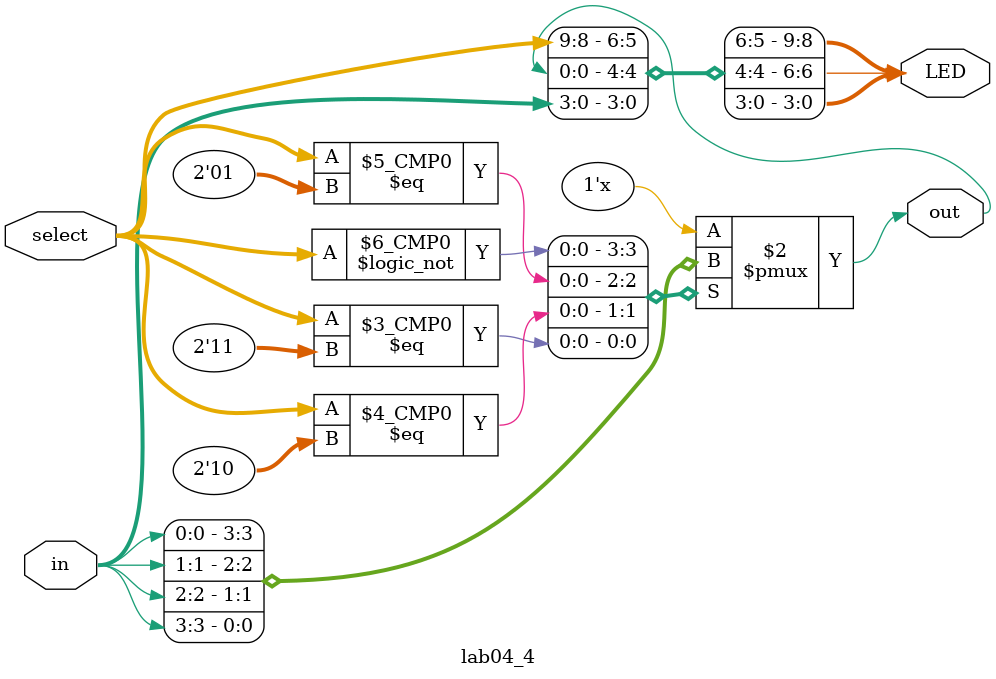
<source format=v>
module lab04_4( LED, in, select, out ); // 4:1 multiplexer
	input [3:0]in; 		 // inputs 0 to 3
	input [9:8]select;    // selector 8 & 9
	output[9:0]LED;       // LED representations of inputs, selector & output 
	output reg out;       // output acts as register
	
	
//part 3: using "case" statement

	always @ (select)
	begin
		case (select)  //2-bit selector
			                      // S8 S9 out       LED[6] 
			0: out = in[0];   // 0  0  input 0   LED[0]
			1: out = in[1];   // 0  1  input 1   LED[1]
			2: out = in[2];   // 1  0  input 2   LED[2]
			3: out = in[3];   // 1  1  input 3   LED[3]
			
		endcase
	end

	// assign value of controlled elements to be represented on LED
	
	assign LED[0] = in[0];  // LHS has to be assigned by the RHS, not the other way around
	assign LED[1] = in[1];
	assign LED[2] = in[2];
	assign LED[3] = in[3];
	assign LED[8] = select[8];
	assign LED[9] = select[9];
	
	// assign value of output to be represented on LED
	
	assign LED[6] = out;
	
endmodule

</source>
